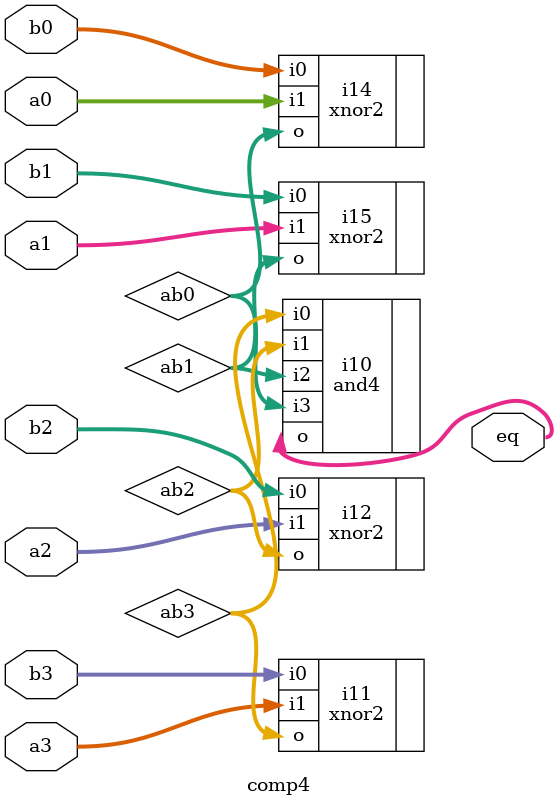
<source format=v>

module comp4 (eq, a0, a1, a2, a3, b0, b1, b2, b3 );
// generated by Concept HDL Direct Version 1.7 08-Aug-94
// on Wed Sep  7 10:32:47 1994
// from /usr3/xiltest/concept/lib/xm3000/comp4/logic

  parameter size = 0;

  output [size-1:0] eq;
  input [size-1:0] a0;
  input [size-1:0] a1;
  input [size-1:0] a2;
  input [size-1:0] a3;
  input [size-1:0] b0;
  input [size-1:0] b1;
  input [size-1:0] b2;
  input [size-1:0] b3;

  wire [size-1:0] ab0;
  wire [size-1:0] ab1;
  wire [size-1:0] ab2;
  wire [size-1:0] ab3;

// begin instances 

  and4 i10  (.i0(ab3[size-1:0]),
	.i1(ab2[size-1:0]),
	.i2(ab1[size-1:0]),
	.i3(ab0[size-1:0]),
	.o(eq[size-1:0]));
  defparam i10.size = size;

  xnor2 i11  (.i0(b3[size-1:0]),
	.i1(a3[size-1:0]),
	.o(ab3[size-1:0]));
  defparam i11.size = size;

  xnor2 i12  (.i0(b2[size-1:0]),
	.i1(a2[size-1:0]),
	.o(ab2[size-1:0]));
  defparam i12.size = size;

  xnor2 i14  (.i0(b0[size-1:0]),
	.i1(a0[size-1:0]),
	.o(ab0[size-1:0]));
  defparam i14.size = size;

  xnor2 i15  (.i0(b1[size-1:0]),
	.i1(a1[size-1:0]),
	.o(ab1[size-1:0]));
  defparam i15.size = size;

endmodule // comp4(logic) 

</source>
